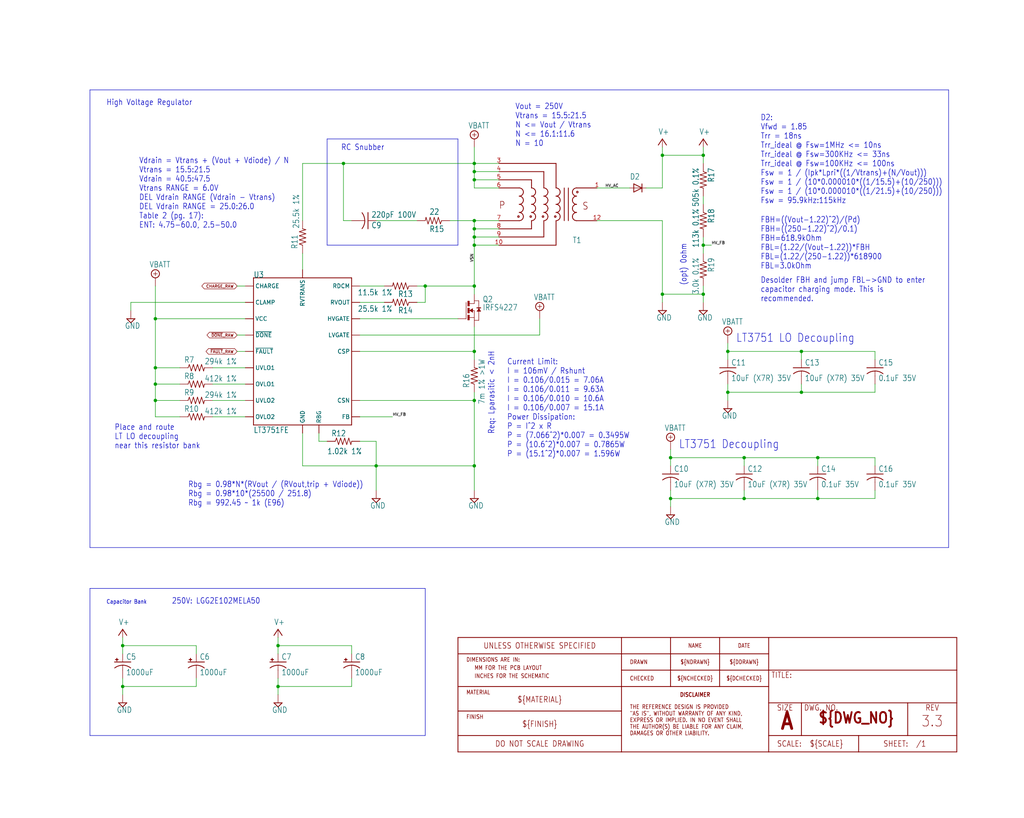
<source format=kicad_sch>
(kicad_sch (version 20230121) (generator eeschema)
  (paper "User" 318.084 254.203)
  (lib_symbols
    (symbol "kicker-eagle-import:CPOL-USE10-25"
      (property "Reference" "C" (at 1.016 0.635 0))
      (symbol "CPOL-USE10-25_1_0"
        (pin passive line (at 0 2.54 270) (length 2.54) (name "+") (number "+"))
        (pin passive line (at 0 -5.08 90) (length 2.54) (name "-") (number "-"))
      )
    )
    (symbol "kicker-eagle-import:DA203X-ALDA2034"
      (property "Reference" "T" (at 2.54 10.16 0))
      (symbol "DA203X-ALDA2034_1_0"
        (text "P" (at -20.32 -1.016 0) (effects (font (size 2.1844 1.8567)) (justify left bottom)))
        (text "S" (at 5.588 -0.762 0) (effects (font (size 2.1844 1.8567)) (justify left bottom)))
        (pin bidirectional line (at 10.16 -5.08 0) (length 0) (name "1") (number "1"))
        (pin bidirectional line (at -20.32 12.7 0) (length 0) (name "10") (number "10"))
        (pin bidirectional line (at 10.16 5.08 0) (length 0) (name "12") (number "12"))
        (pin bidirectional line (at -20.32 -12.7 0) (length 0) (name "3") (number "3"))
        (pin bidirectional line (at -20.32 -10.16 0) (length 0) (name "4") (number "4"))
        (pin bidirectional line (at -20.32 -7.62 0) (length 0) (name "5") (number "5"))
        (pin bidirectional line (at -20.32 -5.08 0) (length 0) (name "6") (number "6"))
        (pin bidirectional line (at -20.32 5.08 0) (length 0) (name "7") (number "7"))
        (pin bidirectional line (at -20.32 7.62 0) (length 0) (name "8") (number "8"))
        (pin bidirectional line (at -20.32 10.16 0) (length 0) (name "9") (number "9"))
      )
    )
    (symbol "kicker-eagle-import:GND" (power)
      (property "Value" "GND" (at -1.905 -3.175 0))
      (symbol "GND_1_0"
        (pin power_in line (at 0 2.54 270) (length 2.54) (name "GND") (number "1"))
      )
    )
    (symbol "kicker-eagle-import:IRFS4227"
      (property "Reference" "Q" (at 2.54 2.54 0))
      (symbol "IRFS4227_1_0"
        (pin passive line (at -5.08 -2.54 0) (length 2.54) (name "G") (number "1"))
        (pin passive line (at 0 5.08 270) (length 2.54) (name "D") (number "2"))
        (pin passive line (at 0 -5.08 90) (length 2.54) (name "S") (number "3"))
      )
    )
    (symbol "kicker-eagle-import:LT3751FE"
      (property "Reference" "U" (at -15.24 25.4 0))
      (symbol "LT3751FE_1_0"
        (pin bidirectional line (at 0 25.4 270) (length 2.54) (name "RVTRANS") (number "1"))
        (pin bidirectional line (at 17.78 -20.32 180) (length 2.54) (name "FB") (number "10"))
        (pin bidirectional line (at 17.78 -15.24 180) (length 2.54) (name "CSN") (number "11"))
        (pin bidirectional line (at 17.78 0 180) (length 2.54) (name "CSP") (number "12"))
        (pin bidirectional line (at -17.78 10.16 0) (length 2.54) (name "VCC") (number "13"))
        (pin bidirectional line (at 17.78 5.08 180) (length 2.54) (name "LVGATE") (number "14"))
        (pin bidirectional line (at 17.78 10.16 180) (length 2.54) (name "HVGATE") (number "15"))
        (pin bidirectional line (at 5.08 -25.4 90) (length 2.54) (name "RBG") (number "16"))
        (pin bidirectional line (at 17.78 15.24 180) (length 2.54) (name "RVOUT") (number "18"))
        (pin bidirectional line (at -17.78 -5.08 0) (length 2.54) (name "UVLO1") (number "2"))
        (pin bidirectional line (at 17.78 20.32 180) (length 2.54) (name "RDCM") (number "20"))
        (pin bidirectional line (at -17.78 -10.16 0) (length 2.54) (name "OVLO1") (number "3"))
        (pin bidirectional line (at -17.78 -15.24 0) (length 2.54) (name "UVLO2") (number "4"))
        (pin bidirectional line (at -17.78 -20.32 0) (length 2.54) (name "OVLO2") (number "5"))
        (pin bidirectional line (at -17.78 0 0) (length 2.54) (name "~{FAULT}") (number "6"))
        (pin bidirectional line (at -17.78 5.08 0) (length 2.54) (name "~{DONE}") (number "7"))
        (pin bidirectional line (at -17.78 20.32 0) (length 2.54) (name "CHARGE") (number "8"))
        (pin bidirectional line (at -17.78 15.24 0) (length 2.54) (name "CLAMP") (number "9"))
        (pin bidirectional line (at 0 -25.4 90) (length 2.54) (name "GND") (number "PAD"))
      )
    )
    (symbol "kicker-eagle-import:RO_FRAME_A_L_20161226"
      (symbol "RO_FRAME_A_L_20161226_1_0"
        (text "1" (at 23.2833 213.995 0) (effects (font (size 2.54 2.286))))
        (text "2" (at 69.85 213.995 0) (effects (font (size 2.54 2.286))))
        (text "3" (at 116.4167 213.995 0) (effects (font (size 2.54 2.286))))
        (text "4" (at 162.9833 213.995 0) (effects (font (size 2.54 2.286))))
        (text "5" (at 209.55 213.995 0) (effects (font (size 2.54 2.286))))
        (text "6" (at 256.1167 213.995 0) (effects (font (size 2.54 2.286))))
        (text "A" (at 1.905 194.31 0) (effects (font (size 2.54 2.286))))
        (text "B" (at 1.905 151.13 0) (effects (font (size 2.54 2.286))))
        (text "C" (at 1.905 107.95 0) (effects (font (size 2.54 2.286))))
        (text "D" (at 1.905 64.77 0) (effects (font (size 2.54 2.286))))
        (text "E" (at 1.905 21.59 0) (effects (font (size 2.54 2.286))))
      )
      (symbol "RO_FRAME_A_L_20161226_2_0"
        (text "${#}/${##}" (at 142.24 2.54 0) (effects (font (size 1.778 1.5113)) (justify left)))
        (text "${DCHECKED}" (at 88.9 22.86 0) (effects (font (size 1.27 1.0795))))
        (text "${DDRAWN}" (at 88.9 27.94 0) (effects (font (size 1.27 1.0795))))
        (text "${DWG_NO}" (at 111.76 8.636 0) (effects (font (size 3.302 2.8067) (thickness 0.5613) bold) (justify left bottom)))
        (text "${FINISH}" (at 25.4 7.62 0) (effects (font (size 1.778 1.5113)) (justify bottom)))
        (text "${MATERIAL}" (at 25.4 15.24 0) (effects (font (size 1.778 1.5113)) (justify bottom)))
        (text "${NCHECKED}" (at 73.66 22.86 0) (effects (font (size 1.27 1.0795))))
        (text "${NDRAWN}" (at 73.66 27.94 0) (effects (font (size 1.27 1.0795))))
        (text "${REV}" (at 147.32 7.62 0) (effects (font (size 3.302 2.8067)) (justify bottom)))
        (text "${SCALE}" (at 109.22 2.54 0) (effects (font (size 1.778 1.5113)) (justify left)))
        (text "${TITLE}" (at 104.14 20.32 0) (effects (font (size 3.302 2.8067)) (justify left)))
        (text "A" (at 99.822 6.604 0) (effects (font (size 5.08 4.318) (thickness 0.8636) bold) (justify left bottom)))
        (text "CHECKED" (at 53.34 22.86 0) (effects (font (size 1.27 1.0795)) (justify left)))
        (text "DATE" (at 88.9 33.02 0) (effects (font (size 1.27 1.0795))))
        (text "DIMENSIONS ARE IN:" (at 2.54 27.94 0) (effects (font (size 1.27 1.0795)) (justify left bottom)))
        (text "DISCLAIMER" (at 73.66 17.78 0) (effects (font (size 1.27 1.0795) (thickness 0.2159) bold)))
        (text "DO NOT SCALE DRAWING" (at 25.4 2.54 0) (effects (font (size 1.778 1.5113))))
        (text "DRAWN" (at 53.34 27.94 0) (effects (font (size 1.27 1.0795)) (justify left)))
        (text "DWG. NO." (at 107.442 12.7 0) (effects (font (size 1.778 1.5113)) (justify left bottom)))
        (text "FINISH" (at 2.54 10.16 0) (effects (font (size 1.27 1.0795)) (justify left bottom)))
        (text "INCHES FOR THE SCHEMATIC" (at 5.08 22.86 0) (effects (font (size 1.27 1.0795)) (justify left bottom)))
        (text "MATERIAL" (at 2.54 17.78 0) (effects (font (size 1.27 1.0795)) (justify left bottom)))
        (text "MM FOR THE PCB LAYOUT" (at 5.08 25.4 0) (effects (font (size 1.27 1.0795)) (justify left bottom)))
        (text "NAME" (at 73.66 33.02 0) (effects (font (size 1.27 1.0795))))
        (text "REV" (at 147.32 12.7 0) (effects (font (size 1.778 1.5113)) (justify bottom)))
        (text "SCALE:" (at 99.06 2.54 0) (effects (font (size 1.778 1.5113)) (justify left)))
        (text "SHEET:" (at 132.08 2.54 0) (effects (font (size 1.778 1.5113)) (justify left)))
        (text "SIZE" (at 101.6 12.7 0) (effects (font (size 1.778 1.5113)) (justify bottom)))
        (text "THE REFERENCE DESIGN IS PROVIDED\n\"AS IS\", WITHOUT WARRANTY OF ANY KIND,\nEXPRESS OR IMPLIED. IN NO EVENT SHALL\nTHE AUTHOR(S) BE LIABLE FOR ANY CLAIM,\nDAMAGES OR OTHER LIABILITY." (at 53.34 5.08 0) (effects (font (size 1.27 1.0795)) (justify left bottom)))
        (text "TITLE:" (at 97.282 22.86 0) (effects (font (size 1.778 1.5113)) (justify left bottom)))
        (text "UNLESS OTHERWISE SPECIFIED" (at 25.4 33.02 0) (effects (font (size 1.778 1.5113))))
      )
    )
    (symbol "kicker-eagle-import:V+" (power)
      (property "Value" "V+" (at -1.27 1.27 0))
      (symbol "V+_1_0"
        (pin power_in line (at 0 -2.54 90) (length 2.54) (name "V+") (number "1"))
      )
    )
    (symbol "kicker-eagle-import:VBATT" (power)
      (property "Value" "VBATT" (at -1.905 3.175 0))
      (symbol "VBATT_1_0"
        (pin power_in line (at 0 -2.54 90) (length 2.54) (name "VBATT") (number "1"))
      )
    )
    (symbol "kicker-eagle-import:VS-5EWH06FN-M3D-PAK_TO252AA"
      (property "Reference" "D" (at -2.54 2.54 0))
      (symbol "VS-5EWH06FN-M3D-PAK_TO252AA_1_0"
        (pin passive line (at -2.54 0 0) (length 2.54) (name "A") (number "2"))
        (pin passive line (at 2.54 0 180) (length 2.54) (name "C") (number "3"))
      )
    )
    (symbol "kicker-eagle-import:rcl_C-USC0603"
      (property "Reference" "C" (at 1.016 0.635 0))
      (symbol "rcl_C-USC0603_1_0"
        (pin passive line (at 0 2.54 270) (length 2.54) (name "1") (number "1"))
        (pin passive line (at 0 -5.08 90) (length 2.54) (name "2") (number "2"))
      )
    )
    (symbol "kicker-eagle-import:rcl_C-USC1210"
      (property "Reference" "C" (at 1.016 0.635 0))
      (symbol "rcl_C-USC1210_1_0"
        (pin passive line (at 0 2.54 270) (length 2.54) (name "1") (number "1"))
        (pin passive line (at 0 -5.08 90) (length 2.54) (name "2") (number "2"))
      )
    )
    (symbol "kicker-eagle-import:rcl_R-US_R0603"
      (property "Reference" "R" (at -3.81 1.4986 0))
      (symbol "rcl_R-US_R0603_1_0"
        (pin passive line (at -5.08 0 0) (length 2.54) (name "1") (number "1"))
        (pin passive line (at 5.08 0 180) (length 2.54) (name "2") (number "2"))
      )
    )
    (symbol "kicker-eagle-import:resistor_C-USC0805"
      (property "Reference" "C" (at 1.016 0.635 0))
      (symbol "resistor_C-USC0805_1_0"
        (pin passive line (at 0 2.54 270) (length 2.54) (name "1") (number "1"))
        (pin passive line (at 0 -5.08 90) (length 2.54) (name "2") (number "2"))
      )
    )
    (symbol "kicker-eagle-import:resistor_R-US_R0805"
      (property "Reference" "R" (at -3.81 1.4986 0))
      (symbol "resistor_R-US_R0805_1_0"
        (pin passive line (at -5.08 0 0) (length 2.54) (name "1") (number "1"))
        (pin passive line (at 5.08 0 180) (length 2.54) (name "2") (number "2"))
      )
    )
    (symbol "kicker-eagle-import:resistor_R-US_R2512"
      (property "Reference" "R" (at -3.81 1.4986 0))
      (symbol "resistor_R-US_R2512_1_0"
        (pin passive line (at -5.08 0 0) (length 2.54) (name "1") (number "1"))
        (pin passive line (at 5.08 0 180) (length 2.54) (name "2") (number "2"))
      )
    )
  )
  (junction (at 38.1 200.66))
  (junction (at 147.32 109.22))
  (junction (at 147.32 73.66))
  (junction (at 254 142.24))
  (junction (at 147.32 50.8))
  (junction (at 147.32 55.88))
  (junction (at 147.32 88.9))
  (junction (at 248.92 109.22))
  (junction (at 147.32 144.78))
  (junction (at 231.14 142.24))
  (junction (at 86.36 200.66))
  (junction (at 208.28 154.94))
  (junction (at 147.32 53.34))
  (junction (at 48.26 114.3))
  (junction (at 48.26 119.38))
  (junction (at 226.06 109.22))
  (junction (at 147.32 124.46))
  (junction (at 218.44 76.2))
  (junction (at 48.26 99.06))
  (junction (at 106.68 50.8))
  (junction (at 208.28 142.24))
  (junction (at 48.26 124.46))
  (junction (at 248.92 121.92))
  (junction (at 218.44 48.26))
  (junction (at 147.32 68.58))
  (junction (at 116.84 144.78))
  (junction (at 254 154.94))
  (junction (at 38.1 213.36))
  (junction (at 132.08 88.9))
  (junction (at 147.32 71.12))
  (junction (at 86.36 213.36))
  (junction (at 226.06 121.92))
  (junction (at 231.14 154.94))
  (junction (at 218.44 91.44))
  (junction (at 205.74 48.26))
  (junction (at 147.32 76.2))
  (junction (at 205.74 91.44))
  (wire (pts (xy 147.32 68.58) (xy 147.32 71.12)) (stroke (width 0.1524)))
  (wire (pts (xy 147.32 124.46) (xy 147.32 121.92)) (stroke (width 0.1524)))
  (wire (pts (xy 111.76 124.46) (xy 147.32 124.46)) (stroke (width 0.1524)))
  (wire (pts (xy 38.1 200.66) (xy 60.96 200.66)) (stroke (width 0.1524)))
  (wire (pts (xy 271.78 154.94) (xy 254 154.94)) (stroke (width 0.1524)))
  (wire (pts (xy 55.88 124.46) (xy 48.26 124.46)) (stroke (width 0.1524)))
  (polyline (pts (xy 142.24 43.18) (xy 101.6 43.18)) (stroke (width 0.1524) (type solid)))
  (wire (pts (xy 147.32 55.88) (xy 147.32 58.42)) (stroke (width 0.1524)))
  (wire (pts (xy 129.54 93.98) (xy 132.08 93.98)) (stroke (width 0.1524)))
  (wire (pts (xy 76.2 88.9) (xy 73.66 88.9)) (stroke (width 0.1524)))
  (wire (pts (xy 205.74 91.44) (xy 205.74 93.98)) (stroke (width 0.1524)))
  (polyline (pts (xy 132.08 182.88) (xy 27.94 182.88)) (stroke (width 0.1524) (type solid)))
  (wire (pts (xy 147.32 76.2) (xy 147.32 88.9)) (stroke (width 0.1524)))
  (wire (pts (xy 218.44 91.44) (xy 218.44 93.98)) (stroke (width 0.1524)))
  (wire (pts (xy 208.28 157.48) (xy 208.28 154.94)) (stroke (width 0.1524)))
  (wire (pts (xy 254 142.24) (xy 271.78 142.24)) (stroke (width 0.1524)))
  (wire (pts (xy 205.74 48.26) (xy 205.74 45.72)) (stroke (width 0.1524)))
  (wire (pts (xy 231.14 154.94) (xy 208.28 154.94)) (stroke (width 0.1524)))
  (wire (pts (xy 101.6 137.16) (xy 99.06 137.16)) (stroke (width 0.1524)))
  (wire (pts (xy 55.88 114.3) (xy 48.26 114.3)) (stroke (width 0.1524)))
  (wire (pts (xy 106.68 50.8) (xy 147.32 50.8)) (stroke (width 0.1524)))
  (wire (pts (xy 147.32 45.72) (xy 147.32 50.8)) (stroke (width 0.1524)))
  (wire (pts (xy 116.84 152.4) (xy 116.84 144.78)) (stroke (width 0.1524)))
  (wire (pts (xy 66.04 124.46) (xy 76.2 124.46)) (stroke (width 0.1524)))
  (wire (pts (xy 254 152.4) (xy 254 154.94)) (stroke (width 0.1524)))
  (wire (pts (xy 185.42 58.42) (xy 195.58 58.42)) (stroke (width 0.1524)))
  (wire (pts (xy 231.14 142.24) (xy 254 142.24)) (stroke (width 0.1524)))
  (wire (pts (xy 208.28 154.94) (xy 208.28 152.4)) (stroke (width 0.1524)))
  (wire (pts (xy 66.04 114.3) (xy 76.2 114.3)) (stroke (width 0.1524)))
  (wire (pts (xy 218.44 48.26) (xy 205.74 48.26)) (stroke (width 0.1524)))
  (wire (pts (xy 86.36 198.12) (xy 86.36 200.66)) (stroke (width 0.1524)))
  (wire (pts (xy 248.92 121.92) (xy 271.78 121.92)) (stroke (width 0.1524)))
  (wire (pts (xy 147.32 71.12) (xy 154.94 71.12)) (stroke (width 0.1524)))
  (wire (pts (xy 218.44 63.5) (xy 218.44 60.96)) (stroke (width 0.1524)))
  (wire (pts (xy 93.98 134.62) (xy 93.98 144.78)) (stroke (width 0.1524)))
  (wire (pts (xy 218.44 50.8) (xy 218.44 48.26)) (stroke (width 0.1524)))
  (wire (pts (xy 111.76 104.14) (xy 167.64 104.14)) (stroke (width 0.1524)))
  (wire (pts (xy 226.06 121.92) (xy 248.92 121.92)) (stroke (width 0.1524)))
  (wire (pts (xy 248.92 111.76) (xy 248.92 109.22)) (stroke (width 0.1524)))
  (wire (pts (xy 218.44 91.44) (xy 205.74 91.44)) (stroke (width 0.1524)))
  (wire (pts (xy 208.28 142.24) (xy 208.28 139.7)) (stroke (width 0.1524)))
  (polyline (pts (xy 294.64 170.18) (xy 294.64 27.94)) (stroke (width 0.1524) (type solid)))
  (wire (pts (xy 205.74 58.42) (xy 205.74 48.26)) (stroke (width 0.1524)))
  (wire (pts (xy 116.84 68.58) (xy 129.54 68.58)) (stroke (width 0.1524)))
  (wire (pts (xy 226.06 109.22) (xy 248.92 109.22)) (stroke (width 0.1524)))
  (wire (pts (xy 218.44 73.66) (xy 218.44 76.2)) (stroke (width 0.1524)))
  (wire (pts (xy 147.32 53.34) (xy 147.32 55.88)) (stroke (width 0.1524)))
  (wire (pts (xy 48.26 114.3) (xy 48.26 99.06)) (stroke (width 0.1524)))
  (polyline (pts (xy 294.64 27.94) (xy 27.94 27.94)) (stroke (width 0.1524) (type solid)))
  (wire (pts (xy 86.36 200.66) (xy 86.36 203.2)) (stroke (width 0.1524)))
  (polyline (pts (xy 132.08 228.6) (xy 132.08 182.88)) (stroke (width 0.1524) (type solid)))
  (wire (pts (xy 231.14 144.78) (xy 231.14 142.24)) (stroke (width 0.1524)))
  (wire (pts (xy 93.98 68.58) (xy 93.98 50.8)) (stroke (width 0.1524)))
  (wire (pts (xy 154.94 55.88) (xy 147.32 55.88)) (stroke (width 0.1524)))
  (wire (pts (xy 76.2 99.06) (xy 48.26 99.06)) (stroke (width 0.1524)))
  (wire (pts (xy 226.06 119.38) (xy 226.06 121.92)) (stroke (width 0.1524)))
  (wire (pts (xy 248.92 109.22) (xy 271.78 109.22)) (stroke (width 0.1524)))
  (polyline (pts (xy 101.6 43.18) (xy 101.6 76.2)) (stroke (width 0.1524) (type solid)))
  (wire (pts (xy 38.1 213.36) (xy 60.96 213.36)) (stroke (width 0.1524)))
  (wire (pts (xy 111.76 88.9) (xy 119.38 88.9)) (stroke (width 0.1524)))
  (wire (pts (xy 218.44 76.2) (xy 218.44 78.74)) (stroke (width 0.1524)))
  (wire (pts (xy 154.94 68.58) (xy 147.32 68.58)) (stroke (width 0.1524)))
  (wire (pts (xy 218.44 76.2) (xy 220.98 76.2)) (stroke (width 0.1524)))
  (wire (pts (xy 200.66 58.42) (xy 205.74 58.42)) (stroke (width 0.1524)))
  (wire (pts (xy 38.1 198.12) (xy 38.1 200.66)) (stroke (width 0.1524)))
  (wire (pts (xy 76.2 104.14) (xy 73.66 104.14)) (stroke (width 0.1524)))
  (wire (pts (xy 40.64 93.98) (xy 40.64 96.52)) (stroke (width 0.1524)))
  (wire (pts (xy 93.98 83.82) (xy 93.98 78.74)) (stroke (width 0.1524)))
  (wire (pts (xy 147.32 124.46) (xy 147.32 144.78)) (stroke (width 0.1524)))
  (wire (pts (xy 208.28 142.24) (xy 231.14 142.24)) (stroke (width 0.1524)))
  (wire (pts (xy 147.32 109.22) (xy 147.32 101.6)) (stroke (width 0.1524)))
  (wire (pts (xy 132.08 88.9) (xy 147.32 88.9)) (stroke (width 0.1524)))
  (wire (pts (xy 248.92 121.92) (xy 248.92 119.38)) (stroke (width 0.1524)))
  (wire (pts (xy 93.98 50.8) (xy 106.68 50.8)) (stroke (width 0.1524)))
  (wire (pts (xy 48.26 119.38) (xy 48.26 114.3)) (stroke (width 0.1524)))
  (wire (pts (xy 226.06 111.76) (xy 226.06 109.22)) (stroke (width 0.1524)))
  (wire (pts (xy 86.36 200.66) (xy 109.22 200.66)) (stroke (width 0.1524)))
  (wire (pts (xy 271.78 144.78) (xy 271.78 142.24)) (stroke (width 0.1524)))
  (wire (pts (xy 132.08 93.98) (xy 132.08 88.9)) (stroke (width 0.1524)))
  (wire (pts (xy 218.44 45.72) (xy 218.44 48.26)) (stroke (width 0.1524)))
  (wire (pts (xy 60.96 213.36) (xy 60.96 210.82)) (stroke (width 0.1524)))
  (wire (pts (xy 106.68 68.58) (xy 106.68 50.8)) (stroke (width 0.1524)))
  (wire (pts (xy 167.64 104.14) (xy 167.64 99.06)) (stroke (width 0.1524)))
  (wire (pts (xy 111.76 93.98) (xy 119.38 93.98)) (stroke (width 0.1524)))
  (wire (pts (xy 226.06 109.22) (xy 226.06 106.68)) (stroke (width 0.1524)))
  (wire (pts (xy 38.1 213.36) (xy 38.1 215.9)) (stroke (width 0.1524)))
  (wire (pts (xy 76.2 93.98) (xy 40.64 93.98)) (stroke (width 0.1524)))
  (wire (pts (xy 147.32 88.9) (xy 147.32 91.44)) (stroke (width 0.1524)))
  (wire (pts (xy 116.84 144.78) (xy 116.84 137.16)) (stroke (width 0.1524)))
  (polyline (pts (xy 101.6 76.2) (xy 142.24 76.2)) (stroke (width 0.1524) (type solid)))
  (wire (pts (xy 55.88 119.38) (xy 48.26 119.38)) (stroke (width 0.1524)))
  (wire (pts (xy 129.54 88.9) (xy 132.08 88.9)) (stroke (width 0.1524)))
  (wire (pts (xy 271.78 111.76) (xy 271.78 109.22)) (stroke (width 0.1524)))
  (wire (pts (xy 111.76 99.06) (xy 142.24 99.06)) (stroke (width 0.1524)))
  (wire (pts (xy 109.22 68.58) (xy 106.68 68.58)) (stroke (width 0.1524)))
  (wire (pts (xy 109.22 200.66) (xy 109.22 203.2)) (stroke (width 0.1524)))
  (wire (pts (xy 38.1 210.82) (xy 38.1 213.36)) (stroke (width 0.1524)))
  (wire (pts (xy 254 154.94) (xy 231.14 154.94)) (stroke (width 0.1524)))
  (wire (pts (xy 271.78 121.92) (xy 271.78 119.38)) (stroke (width 0.1524)))
  (wire (pts (xy 154.94 50.8) (xy 147.32 50.8)) (stroke (width 0.1524)))
  (wire (pts (xy 48.26 99.06) (xy 48.26 88.9)) (stroke (width 0.1524)))
  (wire (pts (xy 86.36 213.36) (xy 86.36 210.82)) (stroke (width 0.1524)))
  (wire (pts (xy 147.32 144.78) (xy 147.32 152.4)) (stroke (width 0.1524)))
  (wire (pts (xy 147.32 144.78) (xy 116.84 144.78)) (stroke (width 0.1524)))
  (polyline (pts (xy 27.94 27.94) (xy 27.94 170.18)) (stroke (width 0.1524) (type solid)))
  (polyline (pts (xy 27.94 170.18) (xy 294.64 170.18)) (stroke (width 0.1524) (type solid)))
  (polyline (pts (xy 27.94 228.6) (xy 132.08 228.6)) (stroke (width 0.1524) (type solid)))
  (wire (pts (xy 55.88 129.54) (xy 48.26 129.54)) (stroke (width 0.1524)))
  (wire (pts (xy 271.78 152.4) (xy 271.78 154.94)) (stroke (width 0.1524)))
  (wire (pts (xy 147.32 53.34) (xy 154.94 53.34)) (stroke (width 0.1524)))
  (polyline (pts (xy 27.94 182.88) (xy 27.94 228.6)) (stroke (width 0.1524) (type solid)))
  (wire (pts (xy 116.84 144.78) (xy 93.98 144.78)) (stroke (width 0.1524)))
  (wire (pts (xy 109.22 213.36) (xy 109.22 210.82)) (stroke (width 0.1524)))
  (wire (pts (xy 218.44 88.9) (xy 218.44 91.44)) (stroke (width 0.1524)))
  (polyline (pts (xy 142.24 76.2) (xy 142.24 43.18)) (stroke (width 0.1524) (type solid)))
  (wire (pts (xy 147.32 71.12) (xy 147.32 73.66)) (stroke (width 0.1524)))
  (wire (pts (xy 66.04 119.38) (xy 76.2 119.38)) (stroke (width 0.1524)))
  (wire (pts (xy 208.28 144.78) (xy 208.28 142.24)) (stroke (width 0.1524)))
  (wire (pts (xy 111.76 129.54) (xy 121.92 129.54)) (stroke (width 0.1524)))
  (wire (pts (xy 60.96 200.66) (xy 60.96 203.2)) (stroke (width 0.1524)))
  (wire (pts (xy 76.2 109.22) (xy 73.66 109.22)) (stroke (width 0.1524)))
  (wire (pts (xy 147.32 76.2) (xy 154.94 76.2)) (stroke (width 0.1524)))
  (wire (pts (xy 111.76 109.22) (xy 147.32 109.22)) (stroke (width 0.1524)))
  (wire (pts (xy 205.74 68.58) (xy 205.74 91.44)) (stroke (width 0.1524)))
  (wire (pts (xy 111.76 137.16) (xy 116.84 137.16)) (stroke (width 0.1524)))
  (wire (pts (xy 185.42 68.58) (xy 205.74 68.58)) (stroke (width 0.1524)))
  (wire (pts (xy 226.06 124.46) (xy 226.06 121.92)) (stroke (width 0.1524)))
  (wire (pts (xy 139.7 68.58) (xy 147.32 68.58)) (stroke (width 0.1524)))
  (wire (pts (xy 86.36 215.9) (xy 86.36 213.36)) (stroke (width 0.1524)))
  (wire (pts (xy 147.32 58.42) (xy 154.94 58.42)) (stroke (width 0.1524)))
  (wire (pts (xy 86.36 213.36) (xy 109.22 213.36)) (stroke (width 0.1524)))
  (wire (pts (xy 147.32 111.76) (xy 147.32 109.22)) (stroke (width 0.1524)))
  (wire (pts (xy 147.32 50.8) (xy 147.32 53.34)) (stroke (width 0.1524)))
  (wire (pts (xy 48.26 124.46) (xy 48.26 119.38)) (stroke (width 0.1524)))
  (wire (pts (xy 38.1 200.66) (xy 38.1 203.2)) (stroke (width 0.1524)))
  (wire (pts (xy 254 144.78) (xy 254 142.24)) (stroke (width 0.1524)))
  (wire (pts (xy 231.14 152.4) (xy 231.14 154.94)) (stroke (width 0.1524)))
  (wire (pts (xy 66.04 129.54) (xy 76.2 129.54)) (stroke (width 0.1524)))
  (wire (pts (xy 48.26 129.54) (xy 48.26 124.46)) (stroke (width 0.1524)))
  (wire (pts (xy 147.32 73.66) (xy 147.32 76.2)) (stroke (width 0.1524)))
  (wire (pts (xy 99.06 137.16) (xy 99.06 134.62)) (stroke (width 0.1524)))
  (wire (pts (xy 154.94 73.66) (xy 147.32 73.66)) (stroke (width 0.1524)))
  (text "250V: LGG2E102MELA50" (at 53.34 187.96 0) (effects (font (size 1.778 1.5113)) (justify left bottom)))
  (text "Capacitor Bank" (at 33.02 187.96 0) (effects (font (size 1.27 1.0795)) (justify left bottom)))
  (text "Req: Lparasitic < 2nH" (at 153.67 135.128 90) (effects (font (size 1.778 1.5113)) (justify left bottom)))
  (text "D2:\nVfwd = 1.85\nTrr = 18ns\nTrr_ideal @ Fsw=1MHz <= 10ns\nTrr_ideal @ Fsw=300KHz <= 33ns\nTrr_ideal @ Fsw=100KHz <= 100ns\nFsw = 1 / (Ipk*Lpri*((1/Vtrans)+(N/Vout)))\nFsw = 1 / (10*0.000010*((1/15.5)+(10/250)))\nFsw = 1 / (10*0.000010*((1/21.5)+(10/250)))\nFsw = 95.9kHz:115kHz" (at 236.22 63.5 0) (effects (font (size 1.778 1.5113)) (justify left bottom)))
  (text "Rbg = 0.98*N*(RVout / (RVout,trip + Vdiode))\nRbg = 0.98*10*(25500 / 251.8)\nRbg = 992.45 ~ 1k (E96)" (at 58.42 157.48 0) (effects (font (size 1.778 1.5113)) (justify left bottom)))
  (text "Vout = 250V\nVtrans = 15.5:21.5\nN <= Vout / Vtrans\nN <= 16.1:11.6\nN = 10" (at 160.02 45.72 0) (effects (font (size 1.778 1.5113)) (justify left bottom)))
  (text "Current Limit:\nI = 106mV / Rshunt\nI = 0.106/0.015 = 7.06A\nI = 0.106/0.011 = 9.63A\nI = 0.106/0.010 = 10.6A\nI = 0.106/0.007 = 15.1A\nPower Dissipation:\nP = I^2 x R\nP = (7.066^2)*0.007 = 0.3495W\nP = (10.6^2)*0.007 = 0.7865W\nP = (15.1^2)*0.007 = 1.596W" (at 157.48 142.24 0) (effects (font (size 1.778 1.5113)) (justify left bottom)))
  (text "(opt) 0ohm" (at 213.36 88.9 90) (effects (font (size 1.778 1.5113)) (justify left bottom)))
  (text "RC Snubber" (at 105.918 46.99 0) (effects (font (size 1.778 1.5113)) (justify left bottom)))
  (text "High Voltage Regulator" (at 33.02 33.02 0) (effects (font (size 1.778 1.5113)) (justify left bottom)))
  (text "FBH=((Vout-1.22)^2)/(Pd)\nFBH=((250-1.22)^2)/0.1)\nFBH=618.9kOhm\nFBL=(1.22/(Vout-1.22))*FBH\nFBL=(1.22/(250-1.22))*618900\nFBL=3.0kOhm" (at 236.22 83.82 0) (effects (font (size 1.778 1.5113)) (justify left bottom)))
  (text "Vdrain = Vtrans + (Vout + Vdiode) / N\nVtrans = 15.5:21.5\nVdrain = 40.5:47.5\nVtrans RANGE = 6.0V\nDEL Vdrain RANGE (Vdrain - Vtrans)\nDEL Vdrain RANGE = 25.0:26.0\nTable 2 (pg. 17):\nENT: 4.75-60.0, 2.5-50.0" (at 43.18 71.12 0) (effects (font (size 1.778 1.5113)) (justify left bottom)))
  (text "Place and route\nLT LO decoupling\nnear this resistor bank" (at 35.56 139.7 0) (effects (font (size 1.778 1.5113)) (justify left bottom)))
  (text "LT3751 LO Decoupling" (at 228.6 106.68 0) (effects (font (size 2.54 2.159)) (justify left bottom)))
  (text "LT3751 Decoupling" (at 210.82 139.7 0) (effects (font (size 2.54 2.159)) (justify left bottom)))
  (text "Desolder FBH and jump FBL->GND to enter\ncapacitor charging mode. This is\nrecommended." (at 236.22 93.98 0) (effects (font (size 1.778 1.5113)) (justify left bottom)))
  (label "HV_FB" (at 220.98 76.2 0) (effects (font (size 0.889 0.889))))
  (label "HV_FB" (at 121.92 129.54 0) (effects (font (size 0.889 0.889))))
  (label "HV_AC" (at 187.96 58.42 0) (effects (font (size 0.889 0.889))))
  (label "VSN" (at 147.32 78.74 270) (effects (font (size 0.889 0.889))))
  (global_label "~{FAULT}_RAW" (shape bidirectional) (at 73.66 109.22 180) (effects (font (size 0.889 0.889))) (property "Intersheetrefs" "${INTERSHEET_REFS}" (effects hide)))
  (global_label "CHARGE_RAW" (shape bidirectional) (at 73.66 88.9 180) (effects (font (size 0.889 0.889))) (property "Intersheetrefs" "${INTERSHEET_REFS}" (effects hide)))
  (global_label "~{DONE}_RAW" (shape bidirectional) (at 73.66 104.14 180) (effects (font (size 0.889 0.889))) (property "Intersheetrefs" "${INTERSHEET_REFS}" (effects hide)))
  (symbol (lib_id "kicker-eagle-import:CPOL-USE10-25") (at 38.1 205.74 0) (unit 1)
    (property "Reference" "C5" (at 39.116 205.105 0) (effects (font (size 1.778 1.5113)) (justify left bottom)))
    (property "Value" "1000uF" (at 39.116 209.931 0) (effects (font (size 1.778 1.5113)) (justify left bottom)))
    (property "Footprint" "kicker:EB25D" (effects hide))
  )
  (symbol (lib_id "kicker-eagle-import:VBATT") (at 208.28 137.16 0) (unit 1)
    (property "Reference" "#SUPPLY26" (effects hide))
    (property "Value" "VBATT" (at 206.375 133.985 0) (effects (font (size 1.778 1.5113)) (justify left bottom)))
  )
  (symbol (lib_id "kicker-eagle-import:V+") (at 218.44 43.18 0) (unit 1)
    (property "Reference" "#SUPPLY28" (effects hide))
    (property "Value" "V+" (at 217.17 41.91 0) (effects (font (size 1.778 1.5113)) (justify left bottom)))
  )
  (symbol (lib_id "kicker-eagle-import:rcl_C-USC0603") (at 254 147.32 0) (unit 1)
    (property "Reference" "C14" (at 255.016 146.685 0) (effects (font (size 1.778 1.5113)) (justify left bottom)))
    (property "Value" "0.1uF 35V" (at 255.016 151.511 0) (effects (font (size 1.778 1.5113)) (justify left bottom)))
    (property "Footprint" "kicker:C0603" (effects hide))
  )
  (symbol (lib_id "kicker-eagle-import:rcl_R-US_R0603") (at 218.44 83.82 270) (unit 1)
    (property "Reference" "R19" (at 219.9386 80.01 0) (effects (font (size 1.778 1.5113)) (justify left bottom)))
    (property "Value" "3.0k 0.1%" (at 215.138 80.01 0) (effects (font (size 1.778 1.5113)) (justify left bottom)))
    (property "Footprint" "kicker:R0603" (effects hide))
  )
  (symbol (lib_id "kicker-eagle-import:resistor_R-US_R0805") (at 124.46 93.98 180) (unit 1)
    (property "Reference" "R14" (at 128.27 95.4786 0) (effects (font (size 1.778 1.5113)) (justify left bottom)))
    (property "Value" "25.5k 1%" (at 121.92 94.996 0) (effects (font (size 1.778 1.5113)) (justify left bottom)))
    (property "Footprint" "kicker:R0805" (effects hide))
  )
  (symbol (lib_id "kicker-eagle-import:VBATT") (at 167.64 96.52 0) (unit 1)
    (property "Reference" "#SUPPLY23" (effects hide))
    (property "Value" "VBATT" (at 165.735 93.345 0) (effects (font (size 1.778 1.5113)) (justify left bottom)))
  )
  (symbol (lib_id "kicker-eagle-import:GND") (at 40.64 99.06 0) (unit 1)
    (property "Reference" "#SUPPLY16" (effects hide))
    (property "Value" "GND" (at 38.735 102.235 0) (effects (font (size 1.778 1.5113)) (justify left bottom)))
  )
  (symbol (lib_id "kicker-eagle-import:IRFS4227") (at 147.32 96.52 0) (unit 1)
    (property "Reference" "Q2" (at 149.86 93.98 0) (effects (font (size 1.778 1.5113)) (justify left bottom)))
    (property "Value" "IRFS4227" (at 149.86 96.52 0) (effects (font (size 1.778 1.5113)) (justify left bottom)))
    (property "Footprint" "kicker:D2PAK" (effects hide))
  )
  (symbol (lib_id "kicker-eagle-import:resistor_R-US_R0805") (at 134.62 68.58 180) (unit 1)
    (property "Reference" "R15" (at 133.35 72.1614 0) (effects (font (size 1.778 1.5113)) (justify right top)))
    (property "Value" "22" (at 133.35 66.802 0) (effects (font (size 1.778 1.5113)) (justify right top)))
    (property "Footprint" "kicker:R0805" (effects hide))
  )
  (symbol (lib_id "kicker-eagle-import:GND") (at 226.06 127 0) (unit 1)
    (property "Reference" "#SUPPLY31" (effects hide))
    (property "Value" "GND" (at 224.155 130.175 0) (effects (font (size 1.778 1.5113)) (justify left bottom)))
  )
  (symbol (lib_id "kicker-eagle-import:GND") (at 38.1 218.44 0) (unit 1)
    (property "Reference" "#SUPPLY15" (effects hide))
    (property "Value" "GND" (at 36.195 221.615 0) (effects (font (size 1.778 1.5113)) (justify left bottom)))
  )
  (symbol (lib_id "kicker-eagle-import:resistor_R-US_R0805") (at 60.96 114.3 0) (unit 1)
    (property "Reference" "R7" (at 57.15 112.8014 0) (effects (font (size 1.778 1.5113)) (justify left bottom)))
    (property "Value" "294k 1%" (at 63.5 113.284 0) (effects (font (size 1.778 1.5113)) (justify left bottom)))
    (property "Footprint" "kicker:R0805" (effects hide))
  )
  (symbol (lib_id "kicker-eagle-import:rcl_C-USC1210") (at 226.06 114.3 0) (unit 1)
    (property "Reference" "C11" (at 227.076 113.665 0) (effects (font (size 1.778 1.5113)) (justify left bottom)))
    (property "Value" "10uF (X7R) 35V" (at 227.076 118.491 0) (effects (font (size 1.778 1.5113)) (justify left bottom)))
    (property "Footprint" "kicker:C1210" (effects hide))
  )
  (symbol (lib_id "kicker-eagle-import:resistor_R-US_R0805") (at 60.96 129.54 0) (unit 1)
    (property "Reference" "R10" (at 57.15 128.0414 0) (effects (font (size 1.778 1.5113)) (justify left bottom)))
    (property "Value" "412k 1%" (at 63.5 128.778 0) (effects (font (size 1.778 1.5113)) (justify left bottom)))
    (property "Footprint" "kicker:R0805" (effects hide))
  )
  (symbol (lib_id "kicker-eagle-import:rcl_C-USC0603") (at 271.78 114.3 0) (unit 1)
    (property "Reference" "C15" (at 272.796 113.665 0) (effects (font (size 1.778 1.5113)) (justify left bottom)))
    (property "Value" "0.1uF 35V" (at 272.796 118.491 0) (effects (font (size 1.778 1.5113)) (justify left bottom)))
    (property "Footprint" "kicker:C0603" (effects hide))
  )
  (symbol (lib_id "kicker-eagle-import:V+") (at 205.74 43.18 0) (unit 1)
    (property "Reference" "#SUPPLY24" (effects hide))
    (property "Value" "V+" (at 204.47 41.91 0) (effects (font (size 1.778 1.5113)) (justify left bottom)))
  )
  (symbol (lib_id "kicker-eagle-import:GND") (at 147.32 154.94 0) (unit 1)
    (property "Reference" "#SUPPLY22" (effects hide))
    (property "Value" "GND" (at 145.415 158.115 0) (effects (font (size 1.778 1.5113)) (justify left bottom)))
  )
  (symbol (lib_id "kicker-eagle-import:resistor_R-US_R0805") (at 124.46 88.9 180) (unit 1)
    (property "Reference" "R13" (at 128.27 90.3986 0) (effects (font (size 1.778 1.5113)) (justify left bottom)))
    (property "Value" "11.5k 1%" (at 121.92 89.916 0) (effects (font (size 1.778 1.5113)) (justify left bottom)))
    (property "Footprint" "kicker:R0805" (effects hide))
  )
  (symbol (lib_id "kicker-eagle-import:CPOL-USE10-25") (at 60.96 205.74 0) (unit 1)
    (property "Reference" "C6" (at 61.976 205.105 0) (effects (font (size 1.778 1.5113)) (justify left bottom)))
    (property "Value" "1000uF" (at 61.976 209.931 0) (effects (font (size 1.778 1.5113)) (justify left bottom)))
    (property "Footprint" "kicker:EB25D" (effects hide))
  )
  (symbol (lib_id "kicker-eagle-import:RO_FRAME_A_L_20161226") (at 142.24 233.68 0) (unit 2)
    (property "Reference" "#FRAME2" (effects hide))
    (property "Value" "RO_FRAME_A_L_20161226" (effects hide))
    (property "REV" "3.3" (effects hide))
  )
  (symbol (lib_id "kicker-eagle-import:V+") (at 38.1 195.58 0) (unit 1)
    (property "Reference" "#SUPPLY14" (effects hide))
    (property "Value" "V+" (at 36.83 194.31 0) (effects (font (size 1.778 1.5113)) (justify left bottom)))
  )
  (symbol (lib_id "kicker-eagle-import:CPOL-USE10-25") (at 109.22 205.74 0) (unit 1)
    (property "Reference" "C8" (at 110.236 205.105 0) (effects (font (size 1.778 1.5113)) (justify left bottom)))
    (property "Value" "1000uF" (at 110.236 209.931 0) (effects (font (size 1.778 1.5113)) (justify left bottom)))
    (property "Footprint" "kicker:EB25D" (effects hide))
  )
  (symbol (lib_id "kicker-eagle-import:resistor_C-USC0805") (at 114.3 68.58 270) (unit 1)
    (property "Reference" "C9" (at 115.316 70.993 90) (effects (font (size 1.778 1.5113)) (justify left bottom)))
    (property "Value" "220pF 100V" (at 115.316 67.691 90) (effects (font (size 1.778 1.5113)) (justify left bottom)))
    (property "Footprint" "kicker:C0805" (effects hide))
  )
  (symbol (lib_id "kicker-eagle-import:rcl_C-USC1210") (at 208.28 147.32 0) (unit 1)
    (property "Reference" "C10" (at 209.296 146.685 0) (effects (font (size 1.778 1.5113)) (justify left bottom)))
    (property "Value" "10uF (X7R) 35V" (at 209.296 151.511 0) (effects (font (size 1.778 1.5113)) (justify left bottom)))
    (property "Footprint" "kicker:C1210" (effects hide))
  )
  (symbol (lib_id "kicker-eagle-import:resistor_R-US_R0805") (at 106.68 137.16 0) (unit 1)
    (property "Reference" "R12" (at 102.87 135.6614 0) (effects (font (size 1.778 1.5113)) (justify left bottom)))
    (property "Value" "1.02k 1%" (at 101.6 141.224 0) (effects (font (size 1.778 1.5113)) (justify left bottom)))
    (property "Footprint" "kicker:R0805" (effects hide))
  )
  (symbol (lib_id "kicker-eagle-import:CPOL-USE10-25") (at 86.36 205.74 0) (unit 1)
    (property "Reference" "C7" (at 87.376 205.105 0) (effects (font (size 1.778 1.5113)) (justify left bottom)))
    (property "Value" "1000uF" (at 87.376 209.931 0) (effects (font (size 1.778 1.5113)) (justify left bottom)))
    (property "Footprint" "kicker:EB25D" (effects hide))
  )
  (symbol (lib_id "kicker-eagle-import:resistor_R-US_R2512") (at 147.32 116.84 90) (unit 1)
    (property "Reference" "R16" (at 145.8214 120.65 0) (effects (font (size 1.778 1.5113)) (justify left bottom)))
    (property "Value" "7m 1% >1W" (at 150.622 125.73 0) (effects (font (size 1.778 1.5113)) (justify left bottom)))
    (property "Footprint" "kicker:R2512" (effects hide))
  )
  (symbol (lib_id "kicker-eagle-import:rcl_R-US_R0603") (at 218.44 68.58 270) (unit 1)
    (property "Reference" "R18" (at 219.9386 64.77 0) (effects (font (size 1.778 1.5113)) (justify left bottom)))
    (property "Value" "113k 0.1%" (at 215.138 64.77 0) (effects (font (size 1.778 1.5113)) (justify left bottom)))
    (property "Footprint" "kicker:R0603" (effects hide))
  )
  (symbol (lib_id "kicker-eagle-import:GND") (at 205.74 96.52 0) (unit 1)
    (property "Reference" "#SUPPLY25" (effects hide))
    (property "Value" "GND" (at 203.835 99.695 0) (effects (font (size 1.778 1.5113)) (justify left bottom)))
  )
  (symbol (lib_id "kicker-eagle-import:VBATT") (at 147.32 43.18 0) (unit 1)
    (property "Reference" "#SUPPLY21" (effects hide))
    (property "Value" "VBATT" (at 145.415 40.005 0) (effects (font (size 1.778 1.5113)) (justify left bottom)))
  )
  (symbol (lib_id "kicker-eagle-import:VS-5EWH06FN-M3D-PAK_TO252AA") (at 198.12 58.42 0) (unit 1)
    (property "Reference" "D2" (at 195.58 55.88 0) (effects (font (size 1.778 1.5113)) (justify left bottom)))
    (property "Value" "VS-5EWH06FN-M3D-PAK_TO252AA" (effects hide))
    (property "Footprint" "kicker:TO460P990X239-3" (effects hide))
  )
  (symbol (lib_id "kicker-eagle-import:rcl_C-USC1210") (at 231.14 147.32 0) (unit 1)
    (property "Reference" "C12" (at 232.156 146.685 0) (effects (font (size 1.778 1.5113)) (justify left bottom)))
    (property "Value" "10uF (X7R) 35V" (at 232.156 151.511 0) (effects (font (size 1.778 1.5113)) (justify left bottom)))
    (property "Footprint" "kicker:C1210" (effects hide))
  )
  (symbol (lib_id "kicker-eagle-import:rcl_C-USC1210") (at 248.92 114.3 0) (unit 1)
    (property "Reference" "C13" (at 249.936 113.665 0) (effects (font (size 1.778 1.5113)) (justify left bottom)))
    (property "Value" "10uF (X7R) 35V" (at 249.936 118.491 0) (effects (font (size 1.778 1.5113)) (justify left bottom)))
    (property "Footprint" "kicker:C1210" (effects hide))
  )
  (symbol (lib_id "kicker-eagle-import:DA203X-ALDA2034") (at 175.26 63.5 0) (mirror x) (unit 1)
    (property "Reference" "T1" (at 177.8 73.66 0) (effects (font (size 1.778 1.5113)) (justify left bottom)))
    (property "Value" "DA203X-ALDA2034" (effects hide))
    (property "Footprint" "kicker:DA2034" (effects hide))
  )
  (symbol (lib_id "kicker-eagle-import:GND") (at 116.84 154.94 0) (unit 1)
    (property "Reference" "#SUPPLY20" (effects hide))
    (property "Value" "GND" (at 114.935 158.115 0) (effects (font (size 1.778 1.5113)) (justify left bottom)))
  )
  (symbol (lib_id "kicker-eagle-import:GND") (at 208.28 160.02 0) (unit 1)
    (property "Reference" "#SUPPLY27" (effects hide))
    (property "Value" "GND" (at 206.375 163.195 0) (effects (font (size 1.778 1.5113)) (justify left bottom)))
  )
  (symbol (lib_id "kicker-eagle-import:V+") (at 86.36 195.58 0) (unit 1)
    (property "Reference" "#SUPPLY18" (effects hide))
    (property "Value" "V+" (at 85.09 194.31 0) (effects (font (size 1.778 1.5113)) (justify left bottom)))
  )
  (symbol (lib_id "kicker-eagle-import:resistor_R-US_R0805") (at 60.96 124.46 0) (unit 1)
    (property "Reference" "R9" (at 57.15 122.9614 0) (effects (font (size 1.778 1.5113)) (justify left bottom)))
    (property "Value" "294k 1%" (at 63.5 123.698 0) (effects (font (size 1.778 1.5113)) (justify left bottom)))
    (property "Footprint" "kicker:R0805" (effects hide))
  )
  (symbol (lib_id "kicker-eagle-import:VBATT") (at 48.26 86.36 0) (unit 1)
    (property "Reference" "#SUPPLY17" (effects hide))
    (property "Value" "VBATT" (at 46.355 83.185 0) (effects (font (size 1.778 1.5113)) (justify left bottom)))
  )
  (symbol (lib_id "kicker-eagle-import:VBATT") (at 226.06 104.14 0) (unit 1)
    (property "Reference" "#SUPPLY30" (effects hide))
    (property "Value" "VBATT" (at 224.155 100.965 0) (effects (font (size 1.778 1.5113)) (justify left bottom)))
  )
  (symbol (lib_id "kicker-eagle-import:GND") (at 86.36 218.44 0) (unit 1)
    (property "Reference" "#SUPPLY19" (effects hide))
    (property "Value" "GND" (at 84.455 221.615 0) (effects (font (size 1.778 1.5113)) (justify left bottom)))
  )
  (symbol (lib_id "kicker-eagle-import:LT3751FE") (at 93.98 109.22 0) (unit 1)
    (property "Reference" "U3" (at 78.74 86.36 0) (effects (font (size 1.778 1.5113)) (justify left bottom)))
    (property "Value" "LT3751FE" (at 78.74 134.62 0) (effects (font (size 1.778 1.5113)) (justify left bottom)))
    (property "Footprint" "kicker:TSSOP-20_EP" (effects hide))
  )
  (symbol (lib_id "kicker-eagle-import:rcl_R-US_R0603") (at 218.44 55.88 270) (unit 1)
    (property "Reference" "R17" (at 219.9386 52.07 0) (effects (font (size 1.778 1.5113)) (justify left bottom)))
    (property "Value" "505k 0.1%" (at 215.138 52.07 0) (effects (font (size 1.778 1.5113)) (justify left bottom)))
    (property "Footprint" "kicker:R0603" (effects hide))
  )
  (symbol (lib_id "kicker-eagle-import:resistor_R-US_R0805") (at 60.96 119.38 0) (unit 1)
    (property "Reference" "R8" (at 57.15 117.8814 0) (effects (font (size 1.778 1.5113)) (justify left bottom)))
    (property "Value" "412k 1%" (at 63.5 118.618 0) (effects (font (size 1.778 1.5113)) (justify left bottom)))
    (property "Footprint" "kicker:R0805" (effects hide))
  )
  (symbol (lib_id "kicker-eagle-import:resistor_R-US_R0805") (at 93.98 73.66 90) (unit 1)
    (property "Reference" "R11" (at 92.4814 77.47 0) (effects (font (size 1.778 1.5113)) (justify left bottom)))
    (property "Value" "25.5k 1%" (at 92.964 71.12 0) (effects (font (size 1.778 1.5113)) (justify left bottom)))
    (property "Footprint" "kicker:R0805" (effects hide))
  )
  (symbol (lib_id "kicker-eagle-import:rcl_C-USC0603") (at 271.78 147.32 0) (unit 1)
    (property "Reference" "C16" (at 272.796 146.685 0) (effects (font (size 1.778 1.5113)) (justify left bottom)))
    (property "Value" "0.1uF 35V" (at 272.796 151.511 0) (effects (font (size 1.778 1.5113)) (justify left bottom)))
    (property "Footprint" "kicker:C0603" (effects hide))
  )
  (symbol (lib_id "kicker-eagle-import:GND") (at 218.44 96.52 0) (unit 1)
    (property "Reference" "#SUPPLY29" (effects hide))
    (property "Value" "GND" (at 216.535 99.695 0) (effects (font (size 1.778 1.5113)) (justify left bottom)))
  )
)
</source>
